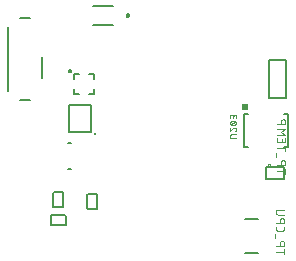
<source format=gbr>
G04 EAGLE Gerber RS-274X export*
G75*
%MOMM*%
%FSLAX34Y34*%
%LPD*%
%INSilkscreen Bottom*%
%IPPOS*%
%AMOC8*
5,1,8,0,0,1.08239X$1,22.5*%
G01*
%ADD10C,0.127000*%
%ADD11C,0.203200*%
%ADD12C,0.152400*%
%ADD13C,0.254000*%
%ADD14C,0.200000*%
%ADD15R,0.500000X0.500000*%
%ADD16C,0.050800*%
%ADD17C,0.101600*%
%ADD18C,0.076200*%


D10*
X65762Y133174D02*
X62762Y133174D01*
X62762Y111174D02*
X65762Y111174D01*
X58610Y91090D02*
X58610Y79090D01*
X50610Y79090D02*
X50610Y91090D01*
X50800Y78740D02*
X58420Y78740D01*
X58420Y91440D02*
X50800Y91440D01*
X87312Y90074D02*
X87312Y78074D01*
X79312Y78074D02*
X79312Y90074D01*
X79502Y77724D02*
X87122Y77724D01*
X87122Y90424D02*
X79502Y90424D01*
X60610Y64072D02*
X48610Y64072D01*
X48610Y72072D02*
X60610Y72072D01*
X48260Y71882D02*
X48260Y64262D01*
X60960Y64262D02*
X60960Y71882D01*
D11*
X30940Y239240D02*
X22400Y239240D01*
X22400Y169700D02*
X30940Y169700D01*
X12400Y177470D02*
X12400Y231470D01*
X40940Y205740D02*
X40940Y188200D01*
D12*
X63754Y165354D02*
X63754Y142494D01*
X63754Y165354D02*
X82550Y165354D01*
X82550Y142494D01*
X63754Y142494D01*
D13*
X85852Y141224D03*
D14*
X63580Y194075D02*
X63582Y194138D01*
X63588Y194200D01*
X63598Y194262D01*
X63611Y194324D01*
X63629Y194384D01*
X63650Y194443D01*
X63675Y194501D01*
X63704Y194557D01*
X63736Y194611D01*
X63771Y194663D01*
X63809Y194712D01*
X63851Y194760D01*
X63895Y194804D01*
X63943Y194846D01*
X63992Y194884D01*
X64044Y194919D01*
X64098Y194951D01*
X64154Y194980D01*
X64212Y195005D01*
X64271Y195026D01*
X64331Y195044D01*
X64393Y195057D01*
X64455Y195067D01*
X64517Y195073D01*
X64580Y195075D01*
X64643Y195073D01*
X64705Y195067D01*
X64767Y195057D01*
X64829Y195044D01*
X64889Y195026D01*
X64948Y195005D01*
X65006Y194980D01*
X65062Y194951D01*
X65116Y194919D01*
X65168Y194884D01*
X65217Y194846D01*
X65265Y194804D01*
X65309Y194760D01*
X65351Y194712D01*
X65389Y194663D01*
X65424Y194611D01*
X65456Y194557D01*
X65485Y194501D01*
X65510Y194443D01*
X65531Y194384D01*
X65549Y194324D01*
X65562Y194262D01*
X65572Y194200D01*
X65578Y194138D01*
X65580Y194075D01*
X65578Y194012D01*
X65572Y193950D01*
X65562Y193888D01*
X65549Y193826D01*
X65531Y193766D01*
X65510Y193707D01*
X65485Y193649D01*
X65456Y193593D01*
X65424Y193539D01*
X65389Y193487D01*
X65351Y193438D01*
X65309Y193390D01*
X65265Y193346D01*
X65217Y193304D01*
X65168Y193266D01*
X65116Y193231D01*
X65062Y193199D01*
X65006Y193170D01*
X64948Y193145D01*
X64889Y193124D01*
X64829Y193106D01*
X64767Y193093D01*
X64705Y193083D01*
X64643Y193077D01*
X64580Y193075D01*
X64517Y193077D01*
X64455Y193083D01*
X64393Y193093D01*
X64331Y193106D01*
X64271Y193124D01*
X64212Y193145D01*
X64154Y193170D01*
X64098Y193199D01*
X64044Y193231D01*
X63992Y193266D01*
X63943Y193304D01*
X63895Y193346D01*
X63851Y193390D01*
X63809Y193438D01*
X63771Y193487D01*
X63736Y193539D01*
X63704Y193593D01*
X63675Y193649D01*
X63650Y193707D01*
X63629Y193766D01*
X63611Y193826D01*
X63598Y193888D01*
X63588Y193950D01*
X63582Y194012D01*
X63580Y194075D01*
D10*
X84650Y178655D02*
X84650Y174430D01*
X80425Y174430D01*
X84650Y187105D02*
X84650Y191330D01*
X80425Y191330D01*
X67750Y191330D02*
X67750Y187105D01*
X67750Y191330D02*
X71975Y191330D01*
X67750Y178655D02*
X67750Y174430D01*
X71975Y174430D01*
X84210Y233600D02*
X101210Y233600D01*
X101210Y249000D02*
X84210Y249000D01*
D14*
X112620Y241300D02*
X112622Y241363D01*
X112628Y241425D01*
X112638Y241487D01*
X112651Y241549D01*
X112669Y241609D01*
X112690Y241668D01*
X112715Y241726D01*
X112744Y241782D01*
X112776Y241836D01*
X112811Y241888D01*
X112849Y241937D01*
X112891Y241985D01*
X112935Y242029D01*
X112983Y242071D01*
X113032Y242109D01*
X113084Y242144D01*
X113138Y242176D01*
X113194Y242205D01*
X113252Y242230D01*
X113311Y242251D01*
X113371Y242269D01*
X113433Y242282D01*
X113495Y242292D01*
X113557Y242298D01*
X113620Y242300D01*
X113683Y242298D01*
X113745Y242292D01*
X113807Y242282D01*
X113869Y242269D01*
X113929Y242251D01*
X113988Y242230D01*
X114046Y242205D01*
X114102Y242176D01*
X114156Y242144D01*
X114208Y242109D01*
X114257Y242071D01*
X114305Y242029D01*
X114349Y241985D01*
X114391Y241937D01*
X114429Y241888D01*
X114464Y241836D01*
X114496Y241782D01*
X114525Y241726D01*
X114550Y241668D01*
X114571Y241609D01*
X114589Y241549D01*
X114602Y241487D01*
X114612Y241425D01*
X114618Y241363D01*
X114620Y241300D01*
X114618Y241237D01*
X114612Y241175D01*
X114602Y241113D01*
X114589Y241051D01*
X114571Y240991D01*
X114550Y240932D01*
X114525Y240874D01*
X114496Y240818D01*
X114464Y240764D01*
X114429Y240712D01*
X114391Y240663D01*
X114349Y240615D01*
X114305Y240571D01*
X114257Y240529D01*
X114208Y240491D01*
X114156Y240456D01*
X114102Y240424D01*
X114046Y240395D01*
X113988Y240370D01*
X113929Y240349D01*
X113869Y240331D01*
X113807Y240318D01*
X113745Y240308D01*
X113683Y240302D01*
X113620Y240300D01*
X113557Y240302D01*
X113495Y240308D01*
X113433Y240318D01*
X113371Y240331D01*
X113311Y240349D01*
X113252Y240370D01*
X113194Y240395D01*
X113138Y240424D01*
X113084Y240456D01*
X113032Y240491D01*
X112983Y240529D01*
X112935Y240571D01*
X112891Y240615D01*
X112849Y240663D01*
X112811Y240712D01*
X112776Y240764D01*
X112744Y240818D01*
X112715Y240874D01*
X112690Y240932D01*
X112669Y240991D01*
X112651Y241051D01*
X112638Y241113D01*
X112628Y241175D01*
X112622Y241237D01*
X112620Y241300D01*
D10*
X211632Y158018D02*
X215632Y158018D01*
X211632Y158018D02*
X211632Y130018D01*
X215632Y130018D01*
X245632Y158018D02*
X249632Y158018D01*
X249632Y130018D01*
X245632Y130018D01*
D15*
X213132Y163518D03*
D16*
X205486Y137480D02*
X201450Y137480D01*
X201373Y137482D01*
X201295Y137488D01*
X201219Y137497D01*
X201142Y137511D01*
X201067Y137528D01*
X200993Y137549D01*
X200919Y137574D01*
X200847Y137602D01*
X200777Y137634D01*
X200708Y137669D01*
X200641Y137708D01*
X200576Y137750D01*
X200513Y137795D01*
X200452Y137843D01*
X200394Y137894D01*
X200339Y137948D01*
X200286Y138005D01*
X200237Y138064D01*
X200190Y138126D01*
X200146Y138190D01*
X200106Y138256D01*
X200069Y138324D01*
X200035Y138394D01*
X200005Y138465D01*
X199979Y138538D01*
X199956Y138612D01*
X199937Y138687D01*
X199922Y138762D01*
X199910Y138839D01*
X199902Y138916D01*
X199898Y138993D01*
X199898Y139071D01*
X199902Y139148D01*
X199910Y139225D01*
X199922Y139302D01*
X199937Y139377D01*
X199956Y139452D01*
X199979Y139526D01*
X200005Y139599D01*
X200035Y139670D01*
X200069Y139740D01*
X200106Y139808D01*
X200146Y139874D01*
X200190Y139938D01*
X200237Y140000D01*
X200286Y140059D01*
X200339Y140116D01*
X200394Y140170D01*
X200452Y140221D01*
X200513Y140269D01*
X200576Y140314D01*
X200641Y140356D01*
X200708Y140395D01*
X200777Y140430D01*
X200847Y140462D01*
X200919Y140490D01*
X200993Y140515D01*
X201067Y140536D01*
X201142Y140553D01*
X201219Y140567D01*
X201295Y140576D01*
X201373Y140582D01*
X201450Y140584D01*
X205486Y140584D01*
X205486Y144856D02*
X205484Y144929D01*
X205478Y145002D01*
X205469Y145075D01*
X205455Y145146D01*
X205438Y145218D01*
X205418Y145288D01*
X205393Y145357D01*
X205365Y145424D01*
X205334Y145490D01*
X205299Y145555D01*
X205261Y145617D01*
X205219Y145677D01*
X205175Y145735D01*
X205127Y145791D01*
X205077Y145844D01*
X205024Y145894D01*
X204968Y145942D01*
X204910Y145986D01*
X204850Y146028D01*
X204788Y146066D01*
X204723Y146101D01*
X204657Y146132D01*
X204590Y146160D01*
X204521Y146185D01*
X204451Y146205D01*
X204379Y146222D01*
X204308Y146236D01*
X204235Y146245D01*
X204162Y146251D01*
X204089Y146253D01*
X205486Y144856D02*
X205484Y144772D01*
X205478Y144689D01*
X205469Y144606D01*
X205455Y144524D01*
X205438Y144442D01*
X205416Y144361D01*
X205391Y144281D01*
X205363Y144203D01*
X205331Y144125D01*
X205295Y144050D01*
X205256Y143976D01*
X205213Y143904D01*
X205167Y143834D01*
X205118Y143767D01*
X205065Y143701D01*
X205010Y143639D01*
X204952Y143579D01*
X204891Y143521D01*
X204828Y143467D01*
X204762Y143415D01*
X204694Y143367D01*
X204623Y143322D01*
X204551Y143280D01*
X204476Y143242D01*
X204400Y143207D01*
X204323Y143176D01*
X204244Y143148D01*
X203003Y145787D02*
X203056Y145841D01*
X203113Y145892D01*
X203172Y145940D01*
X203233Y145985D01*
X203296Y146026D01*
X203362Y146065D01*
X203429Y146100D01*
X203498Y146132D01*
X203569Y146160D01*
X203640Y146184D01*
X203713Y146205D01*
X203787Y146222D01*
X203862Y146236D01*
X203937Y146245D01*
X204013Y146251D01*
X204089Y146253D01*
X203002Y145788D02*
X199898Y143149D01*
X199898Y146253D01*
X202692Y148635D02*
X202823Y148637D01*
X202953Y148642D01*
X203083Y148652D01*
X203213Y148665D01*
X203343Y148681D01*
X203472Y148701D01*
X203600Y148725D01*
X203727Y148753D01*
X203854Y148784D01*
X203980Y148819D01*
X204105Y148857D01*
X204229Y148899D01*
X204351Y148944D01*
X204472Y148993D01*
X204592Y149045D01*
X204710Y149101D01*
X204710Y149100D02*
X204770Y149123D01*
X204830Y149149D01*
X204887Y149178D01*
X204943Y149211D01*
X204997Y149247D01*
X205049Y149285D01*
X205099Y149327D01*
X205146Y149371D01*
X205191Y149418D01*
X205233Y149468D01*
X205272Y149519D01*
X205308Y149573D01*
X205341Y149629D01*
X205371Y149686D01*
X205398Y149745D01*
X205421Y149806D01*
X205441Y149867D01*
X205457Y149930D01*
X205470Y149994D01*
X205479Y150058D01*
X205484Y150122D01*
X205486Y150187D01*
X205484Y150252D01*
X205479Y150316D01*
X205470Y150380D01*
X205457Y150444D01*
X205441Y150507D01*
X205421Y150568D01*
X205398Y150629D01*
X205371Y150688D01*
X205341Y150745D01*
X205308Y150801D01*
X205272Y150855D01*
X205233Y150906D01*
X205191Y150956D01*
X205146Y151003D01*
X205099Y151047D01*
X205049Y151089D01*
X204997Y151127D01*
X204943Y151163D01*
X204887Y151196D01*
X204830Y151225D01*
X204770Y151251D01*
X204710Y151274D01*
X204592Y151330D01*
X204472Y151382D01*
X204351Y151431D01*
X204229Y151476D01*
X204105Y151518D01*
X203980Y151556D01*
X203854Y151591D01*
X203728Y151622D01*
X203600Y151650D01*
X203472Y151674D01*
X203343Y151694D01*
X203213Y151710D01*
X203083Y151723D01*
X202953Y151733D01*
X202823Y151738D01*
X202692Y151740D01*
X202692Y148635D02*
X202561Y148637D01*
X202431Y148642D01*
X202301Y148652D01*
X202171Y148665D01*
X202041Y148681D01*
X201912Y148701D01*
X201784Y148725D01*
X201657Y148753D01*
X201530Y148784D01*
X201404Y148819D01*
X201279Y148857D01*
X201155Y148899D01*
X201033Y148944D01*
X200912Y148993D01*
X200792Y149045D01*
X200674Y149101D01*
X200674Y149100D02*
X200614Y149123D01*
X200554Y149149D01*
X200497Y149178D01*
X200441Y149211D01*
X200387Y149247D01*
X200335Y149285D01*
X200285Y149327D01*
X200238Y149371D01*
X200193Y149418D01*
X200151Y149468D01*
X200112Y149519D01*
X200076Y149573D01*
X200043Y149629D01*
X200013Y149686D01*
X199986Y149745D01*
X199963Y149806D01*
X199943Y149867D01*
X199927Y149930D01*
X199914Y149994D01*
X199905Y150058D01*
X199900Y150122D01*
X199898Y150187D01*
X200674Y151274D02*
X200792Y151330D01*
X200912Y151382D01*
X201033Y151431D01*
X201155Y151476D01*
X201279Y151518D01*
X201404Y151556D01*
X201530Y151591D01*
X201656Y151622D01*
X201784Y151650D01*
X201912Y151674D01*
X202041Y151694D01*
X202171Y151710D01*
X202301Y151723D01*
X202431Y151733D01*
X202561Y151738D01*
X202692Y151740D01*
X200674Y151274D02*
X200614Y151251D01*
X200554Y151225D01*
X200497Y151196D01*
X200441Y151163D01*
X200387Y151127D01*
X200335Y151089D01*
X200285Y151047D01*
X200238Y151003D01*
X200193Y150956D01*
X200151Y150906D01*
X200112Y150855D01*
X200076Y150801D01*
X200043Y150745D01*
X200013Y150688D01*
X199986Y150629D01*
X199963Y150568D01*
X199943Y150507D01*
X199927Y150444D01*
X199914Y150380D01*
X199905Y150316D01*
X199900Y150252D01*
X199898Y150187D01*
X201140Y148946D02*
X204244Y151429D01*
X199898Y154122D02*
X199898Y155674D01*
X199900Y155751D01*
X199906Y155829D01*
X199915Y155905D01*
X199929Y155982D01*
X199946Y156057D01*
X199967Y156131D01*
X199992Y156205D01*
X200020Y156277D01*
X200052Y156347D01*
X200087Y156416D01*
X200126Y156483D01*
X200168Y156548D01*
X200213Y156611D01*
X200261Y156672D01*
X200312Y156730D01*
X200366Y156785D01*
X200423Y156838D01*
X200482Y156887D01*
X200544Y156934D01*
X200608Y156978D01*
X200674Y157018D01*
X200742Y157055D01*
X200812Y157089D01*
X200883Y157119D01*
X200956Y157145D01*
X201030Y157168D01*
X201105Y157187D01*
X201180Y157202D01*
X201257Y157214D01*
X201334Y157222D01*
X201411Y157226D01*
X201489Y157226D01*
X201566Y157222D01*
X201643Y157214D01*
X201720Y157202D01*
X201795Y157187D01*
X201870Y157168D01*
X201944Y157145D01*
X202017Y157119D01*
X202088Y157089D01*
X202158Y157055D01*
X202226Y157018D01*
X202292Y156978D01*
X202356Y156934D01*
X202418Y156887D01*
X202477Y156838D01*
X202534Y156785D01*
X202588Y156730D01*
X202639Y156672D01*
X202687Y156611D01*
X202732Y156548D01*
X202774Y156483D01*
X202813Y156416D01*
X202848Y156347D01*
X202880Y156277D01*
X202908Y156205D01*
X202933Y156131D01*
X202954Y156057D01*
X202971Y155982D01*
X202985Y155905D01*
X202994Y155829D01*
X203000Y155751D01*
X203002Y155674D01*
X205486Y155984D02*
X205486Y154122D01*
X205486Y155984D02*
X205484Y156054D01*
X205478Y156123D01*
X205468Y156192D01*
X205455Y156260D01*
X205437Y156328D01*
X205416Y156394D01*
X205391Y156459D01*
X205363Y156523D01*
X205331Y156585D01*
X205296Y156645D01*
X205257Y156703D01*
X205215Y156758D01*
X205170Y156812D01*
X205122Y156862D01*
X205072Y156910D01*
X205018Y156955D01*
X204963Y156997D01*
X204905Y157036D01*
X204845Y157071D01*
X204783Y157103D01*
X204719Y157131D01*
X204654Y157156D01*
X204588Y157177D01*
X204520Y157195D01*
X204452Y157208D01*
X204383Y157218D01*
X204314Y157224D01*
X204244Y157226D01*
X204174Y157224D01*
X204105Y157218D01*
X204036Y157208D01*
X203968Y157195D01*
X203900Y157177D01*
X203834Y157156D01*
X203769Y157131D01*
X203705Y157103D01*
X203643Y157071D01*
X203583Y157036D01*
X203525Y156997D01*
X203470Y156955D01*
X203416Y156910D01*
X203366Y156862D01*
X203318Y156812D01*
X203273Y156758D01*
X203231Y156703D01*
X203192Y156645D01*
X203157Y156585D01*
X203125Y156523D01*
X203097Y156459D01*
X203072Y156394D01*
X203051Y156328D01*
X203033Y156260D01*
X203020Y156192D01*
X203010Y156123D01*
X203004Y156054D01*
X203002Y155984D01*
X203002Y154742D01*
D10*
X230552Y112946D02*
X245952Y112946D01*
X245952Y102446D01*
X230552Y102446D01*
X230552Y112946D01*
D17*
X233252Y113196D02*
X234252Y115196D01*
X232252Y115196D01*
X233252Y113196D01*
D12*
X223774Y69342D02*
X213106Y69342D01*
X213106Y40386D02*
X223774Y40386D01*
D10*
X247777Y171450D02*
X247777Y203454D01*
X232791Y203454D01*
X232791Y171450D01*
X247777Y171450D01*
D18*
X246190Y41083D02*
X238824Y41083D01*
X246190Y39037D02*
X246190Y43129D01*
X246190Y46226D02*
X238824Y46226D01*
X246190Y46226D02*
X246190Y48272D01*
X246188Y48361D01*
X246182Y48450D01*
X246172Y48539D01*
X246159Y48627D01*
X246142Y48715D01*
X246120Y48802D01*
X246095Y48887D01*
X246067Y48972D01*
X246034Y49055D01*
X245998Y49137D01*
X245959Y49217D01*
X245916Y49295D01*
X245870Y49371D01*
X245820Y49446D01*
X245767Y49518D01*
X245711Y49587D01*
X245652Y49654D01*
X245591Y49719D01*
X245526Y49780D01*
X245459Y49839D01*
X245390Y49895D01*
X245318Y49948D01*
X245243Y49998D01*
X245167Y50044D01*
X245089Y50087D01*
X245009Y50126D01*
X244927Y50162D01*
X244844Y50195D01*
X244759Y50223D01*
X244674Y50248D01*
X244587Y50270D01*
X244499Y50287D01*
X244411Y50300D01*
X244322Y50310D01*
X244233Y50316D01*
X244144Y50318D01*
X244055Y50316D01*
X243966Y50310D01*
X243877Y50300D01*
X243789Y50287D01*
X243701Y50270D01*
X243614Y50248D01*
X243529Y50223D01*
X243444Y50195D01*
X243361Y50162D01*
X243279Y50126D01*
X243199Y50087D01*
X243121Y50044D01*
X243045Y49998D01*
X242970Y49948D01*
X242898Y49895D01*
X242829Y49839D01*
X242762Y49780D01*
X242697Y49719D01*
X242636Y49654D01*
X242577Y49587D01*
X242521Y49518D01*
X242468Y49446D01*
X242418Y49371D01*
X242372Y49295D01*
X242329Y49217D01*
X242290Y49137D01*
X242254Y49055D01*
X242221Y48972D01*
X242193Y48887D01*
X242168Y48802D01*
X242146Y48715D01*
X242129Y48627D01*
X242116Y48539D01*
X242106Y48450D01*
X242100Y48361D01*
X242098Y48272D01*
X242098Y46226D01*
X238006Y52857D02*
X238006Y56131D01*
X238824Y60646D02*
X238824Y62283D01*
X238824Y60646D02*
X238826Y60568D01*
X238831Y60490D01*
X238841Y60413D01*
X238854Y60336D01*
X238870Y60260D01*
X238890Y60185D01*
X238914Y60111D01*
X238941Y60038D01*
X238972Y59966D01*
X239006Y59896D01*
X239043Y59828D01*
X239084Y59761D01*
X239128Y59696D01*
X239174Y59634D01*
X239224Y59574D01*
X239276Y59516D01*
X239331Y59461D01*
X239389Y59409D01*
X239449Y59359D01*
X239511Y59313D01*
X239576Y59269D01*
X239643Y59228D01*
X239711Y59191D01*
X239781Y59157D01*
X239853Y59126D01*
X239926Y59099D01*
X240000Y59075D01*
X240075Y59055D01*
X240151Y59039D01*
X240228Y59026D01*
X240305Y59016D01*
X240383Y59011D01*
X240461Y59009D01*
X244553Y59009D01*
X244631Y59011D01*
X244709Y59016D01*
X244786Y59026D01*
X244863Y59039D01*
X244939Y59055D01*
X245014Y59075D01*
X245088Y59099D01*
X245161Y59126D01*
X245233Y59157D01*
X245303Y59191D01*
X245372Y59228D01*
X245438Y59269D01*
X245503Y59313D01*
X245565Y59359D01*
X245625Y59409D01*
X245683Y59461D01*
X245738Y59516D01*
X245790Y59574D01*
X245840Y59634D01*
X245886Y59696D01*
X245930Y59761D01*
X245971Y59828D01*
X246008Y59896D01*
X246042Y59966D01*
X246073Y60038D01*
X246100Y60111D01*
X246124Y60185D01*
X246144Y60260D01*
X246160Y60336D01*
X246173Y60413D01*
X246183Y60490D01*
X246188Y60568D01*
X246190Y60646D01*
X246190Y62283D01*
X246190Y65489D02*
X238824Y65489D01*
X246190Y65489D02*
X246190Y67535D01*
X246188Y67624D01*
X246182Y67713D01*
X246172Y67802D01*
X246159Y67890D01*
X246142Y67978D01*
X246120Y68065D01*
X246095Y68150D01*
X246067Y68235D01*
X246034Y68318D01*
X245998Y68400D01*
X245959Y68480D01*
X245916Y68558D01*
X245870Y68634D01*
X245820Y68709D01*
X245767Y68781D01*
X245711Y68850D01*
X245652Y68917D01*
X245591Y68982D01*
X245526Y69043D01*
X245459Y69102D01*
X245390Y69158D01*
X245318Y69211D01*
X245243Y69261D01*
X245167Y69307D01*
X245089Y69350D01*
X245009Y69389D01*
X244927Y69425D01*
X244844Y69458D01*
X244759Y69486D01*
X244674Y69511D01*
X244587Y69533D01*
X244499Y69550D01*
X244411Y69563D01*
X244322Y69573D01*
X244233Y69579D01*
X244144Y69581D01*
X244055Y69579D01*
X243966Y69573D01*
X243877Y69563D01*
X243789Y69550D01*
X243701Y69533D01*
X243614Y69511D01*
X243529Y69486D01*
X243444Y69458D01*
X243361Y69425D01*
X243279Y69389D01*
X243199Y69350D01*
X243121Y69307D01*
X243045Y69261D01*
X242970Y69211D01*
X242898Y69158D01*
X242829Y69102D01*
X242762Y69043D01*
X242697Y68982D01*
X242636Y68917D01*
X242577Y68850D01*
X242521Y68781D01*
X242468Y68709D01*
X242418Y68634D01*
X242372Y68558D01*
X242329Y68480D01*
X242290Y68400D01*
X242254Y68318D01*
X242221Y68235D01*
X242193Y68150D01*
X242168Y68065D01*
X242146Y67978D01*
X242129Y67890D01*
X242116Y67802D01*
X242106Y67713D01*
X242100Y67624D01*
X242098Y67535D01*
X242098Y65489D01*
X240870Y72687D02*
X246190Y72687D01*
X240870Y72687D02*
X240781Y72689D01*
X240692Y72695D01*
X240603Y72705D01*
X240515Y72718D01*
X240427Y72735D01*
X240340Y72757D01*
X240255Y72782D01*
X240170Y72810D01*
X240087Y72843D01*
X240005Y72879D01*
X239925Y72918D01*
X239847Y72961D01*
X239771Y73007D01*
X239696Y73057D01*
X239624Y73110D01*
X239555Y73166D01*
X239488Y73225D01*
X239423Y73286D01*
X239362Y73351D01*
X239303Y73418D01*
X239247Y73487D01*
X239194Y73559D01*
X239144Y73634D01*
X239098Y73710D01*
X239055Y73788D01*
X239016Y73868D01*
X238980Y73950D01*
X238947Y74033D01*
X238919Y74118D01*
X238894Y74203D01*
X238872Y74290D01*
X238855Y74378D01*
X238842Y74466D01*
X238832Y74555D01*
X238826Y74644D01*
X238824Y74733D01*
X238826Y74822D01*
X238832Y74911D01*
X238842Y75000D01*
X238855Y75088D01*
X238872Y75176D01*
X238894Y75263D01*
X238919Y75348D01*
X238947Y75433D01*
X238980Y75516D01*
X239016Y75598D01*
X239055Y75678D01*
X239098Y75756D01*
X239144Y75832D01*
X239194Y75907D01*
X239247Y75979D01*
X239303Y76048D01*
X239362Y76115D01*
X239423Y76180D01*
X239488Y76241D01*
X239555Y76300D01*
X239624Y76356D01*
X239696Y76409D01*
X239771Y76459D01*
X239847Y76505D01*
X239925Y76548D01*
X240005Y76587D01*
X240087Y76623D01*
X240170Y76656D01*
X240255Y76684D01*
X240340Y76709D01*
X240427Y76731D01*
X240515Y76748D01*
X240603Y76761D01*
X240692Y76771D01*
X240781Y76777D01*
X240870Y76779D01*
X246190Y76779D01*
X247078Y109381D02*
X239712Y109381D01*
X247078Y107335D02*
X247078Y111427D01*
X247078Y114524D02*
X239712Y114524D01*
X247078Y114524D02*
X247078Y116570D01*
X247076Y116659D01*
X247070Y116748D01*
X247060Y116837D01*
X247047Y116925D01*
X247030Y117013D01*
X247008Y117100D01*
X246983Y117185D01*
X246955Y117270D01*
X246922Y117353D01*
X246886Y117435D01*
X246847Y117515D01*
X246804Y117593D01*
X246758Y117669D01*
X246708Y117744D01*
X246655Y117816D01*
X246599Y117885D01*
X246540Y117952D01*
X246479Y118017D01*
X246414Y118078D01*
X246347Y118137D01*
X246278Y118193D01*
X246206Y118246D01*
X246131Y118296D01*
X246055Y118342D01*
X245977Y118385D01*
X245897Y118424D01*
X245815Y118460D01*
X245732Y118493D01*
X245647Y118521D01*
X245562Y118546D01*
X245475Y118568D01*
X245387Y118585D01*
X245299Y118598D01*
X245210Y118608D01*
X245121Y118614D01*
X245032Y118616D01*
X244943Y118614D01*
X244854Y118608D01*
X244765Y118598D01*
X244677Y118585D01*
X244589Y118568D01*
X244502Y118546D01*
X244417Y118521D01*
X244332Y118493D01*
X244249Y118460D01*
X244167Y118424D01*
X244087Y118385D01*
X244009Y118342D01*
X243933Y118296D01*
X243858Y118246D01*
X243786Y118193D01*
X243717Y118137D01*
X243650Y118078D01*
X243585Y118017D01*
X243524Y117952D01*
X243465Y117885D01*
X243409Y117816D01*
X243356Y117744D01*
X243306Y117669D01*
X243260Y117593D01*
X243217Y117515D01*
X243178Y117435D01*
X243142Y117353D01*
X243109Y117270D01*
X243081Y117185D01*
X243056Y117100D01*
X243034Y117013D01*
X243017Y116925D01*
X243004Y116837D01*
X242994Y116748D01*
X242988Y116659D01*
X242986Y116570D01*
X242986Y114524D01*
X238894Y121155D02*
X238894Y124429D01*
X239712Y128888D02*
X247078Y128888D01*
X247078Y126842D02*
X247078Y130934D01*
X239712Y133929D02*
X239712Y137203D01*
X239712Y133929D02*
X247078Y133929D01*
X247078Y137203D01*
X243804Y136384D02*
X243804Y133929D01*
X247078Y140331D02*
X239712Y140331D01*
X242986Y142787D02*
X247078Y140331D01*
X242986Y142787D02*
X247078Y145242D01*
X239712Y145242D01*
X239712Y149149D02*
X247078Y149149D01*
X247078Y151195D01*
X247076Y151284D01*
X247070Y151373D01*
X247060Y151462D01*
X247047Y151550D01*
X247030Y151638D01*
X247008Y151725D01*
X246983Y151810D01*
X246955Y151895D01*
X246922Y151978D01*
X246886Y152060D01*
X246847Y152140D01*
X246804Y152218D01*
X246758Y152294D01*
X246708Y152369D01*
X246655Y152441D01*
X246599Y152510D01*
X246540Y152577D01*
X246479Y152642D01*
X246414Y152703D01*
X246347Y152762D01*
X246278Y152818D01*
X246206Y152871D01*
X246131Y152921D01*
X246055Y152967D01*
X245977Y153010D01*
X245897Y153049D01*
X245815Y153085D01*
X245732Y153118D01*
X245647Y153146D01*
X245562Y153171D01*
X245475Y153193D01*
X245387Y153210D01*
X245299Y153223D01*
X245210Y153233D01*
X245121Y153239D01*
X245032Y153241D01*
X244943Y153239D01*
X244854Y153233D01*
X244765Y153223D01*
X244677Y153210D01*
X244589Y153193D01*
X244502Y153171D01*
X244417Y153146D01*
X244332Y153118D01*
X244249Y153085D01*
X244167Y153049D01*
X244087Y153010D01*
X244009Y152967D01*
X243933Y152921D01*
X243858Y152871D01*
X243786Y152818D01*
X243717Y152762D01*
X243650Y152703D01*
X243585Y152642D01*
X243524Y152577D01*
X243465Y152510D01*
X243409Y152441D01*
X243356Y152369D01*
X243306Y152294D01*
X243260Y152218D01*
X243217Y152140D01*
X243178Y152060D01*
X243142Y151978D01*
X243109Y151895D01*
X243081Y151810D01*
X243056Y151725D01*
X243034Y151638D01*
X243017Y151550D01*
X243004Y151462D01*
X242994Y151373D01*
X242988Y151284D01*
X242986Y151195D01*
X242986Y149149D01*
M02*

</source>
